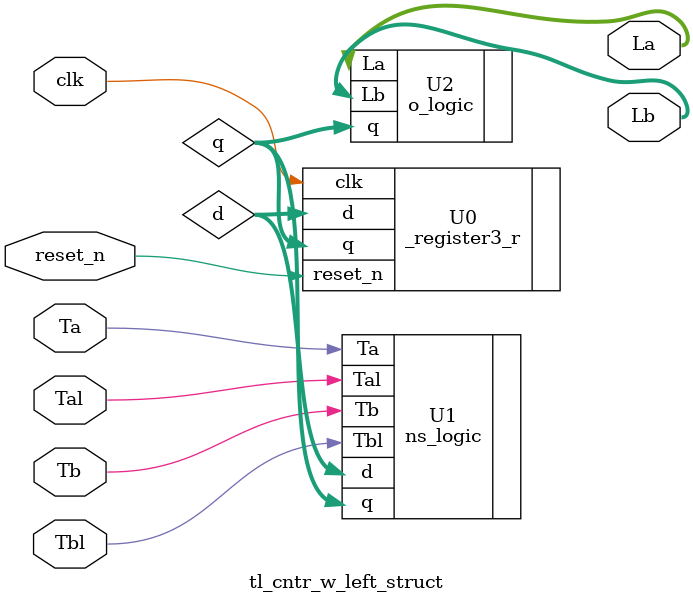
<source format=v>
module tl_cntr_w_left_struct(clk, reset_n, Ta, Tal, Tb, Tbl, La, Lb);

	input clk, reset_n, Ta, Tal, Tb, Tbl;	// input ports
	output [1:0] La, Lb;							// output ports
	
	wire [2:0] d, q;								// wire
	
	_register3_r	U0(.clk(clk), .reset_n(reset_n), .d(d), .q(q));					// instance 3bits register with reset
	ns_logic			U1(.Ta(Ta), .Tal(Tal), .Tb(Tb), .Tbl(Tbl), .d(d), .q(q));	// instance next state logic
	o_logic			U2(.La(La), .Lb(Lb), .q(q));											// instance ouput logic


endmodule

</source>
